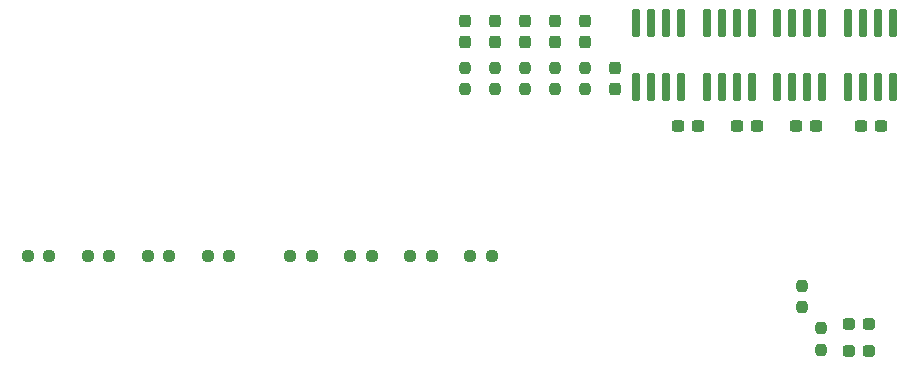
<source format=gbr>
%TF.GenerationSoftware,KiCad,Pcbnew,8.0.1*%
%TF.CreationDate,2024-10-08T14:05:53+09:00*%
%TF.ProjectId,CoolingBoxWireOrganizer,436f6f6c-696e-4674-926f-78576972654f,rev?*%
%TF.SameCoordinates,Original*%
%TF.FileFunction,Paste,Bot*%
%TF.FilePolarity,Positive*%
%FSLAX46Y46*%
G04 Gerber Fmt 4.6, Leading zero omitted, Abs format (unit mm)*
G04 Created by KiCad (PCBNEW 8.0.1) date 2024-10-08 14:05:53*
%MOMM*%
%LPD*%
G01*
G04 APERTURE LIST*
G04 Aperture macros list*
%AMRoundRect*
0 Rectangle with rounded corners*
0 $1 Rounding radius*
0 $2 $3 $4 $5 $6 $7 $8 $9 X,Y pos of 4 corners*
0 Add a 4 corners polygon primitive as box body*
4,1,4,$2,$3,$4,$5,$6,$7,$8,$9,$2,$3,0*
0 Add four circle primitives for the rounded corners*
1,1,$1+$1,$2,$3*
1,1,$1+$1,$4,$5*
1,1,$1+$1,$6,$7*
1,1,$1+$1,$8,$9*
0 Add four rect primitives between the rounded corners*
20,1,$1+$1,$2,$3,$4,$5,0*
20,1,$1+$1,$4,$5,$6,$7,0*
20,1,$1+$1,$6,$7,$8,$9,0*
20,1,$1+$1,$8,$9,$2,$3,0*%
G04 Aperture macros list end*
%ADD10RoundRect,0.237500X-0.237500X0.287500X-0.237500X-0.287500X0.237500X-0.287500X0.237500X0.287500X0*%
%ADD11RoundRect,0.237500X0.287500X0.237500X-0.287500X0.237500X-0.287500X-0.237500X0.287500X-0.237500X0*%
%ADD12RoundRect,0.237500X0.250000X0.237500X-0.250000X0.237500X-0.250000X-0.237500X0.250000X-0.237500X0*%
%ADD13RoundRect,0.237500X-0.237500X0.250000X-0.237500X-0.250000X0.237500X-0.250000X0.237500X0.250000X0*%
%ADD14RoundRect,0.237500X-0.300000X-0.237500X0.300000X-0.237500X0.300000X0.237500X-0.300000X0.237500X0*%
%ADD15RoundRect,0.237500X0.237500X-0.250000X0.237500X0.250000X-0.237500X0.250000X-0.237500X-0.250000X0*%
%ADD16RoundRect,0.150000X0.150000X-1.075000X0.150000X1.075000X-0.150000X1.075000X-0.150000X-1.075000X0*%
%ADD17RoundRect,0.237500X0.237500X-0.300000X0.237500X0.300000X-0.237500X0.300000X-0.237500X-0.300000X0*%
%ADD18RoundRect,0.237500X-0.287500X-0.237500X0.287500X-0.237500X0.287500X0.237500X-0.287500X0.237500X0*%
G04 APERTURE END LIST*
D10*
%TO.C,D2*%
X174276000Y-107125000D03*
X174276000Y-108875000D03*
%TD*%
D11*
%TO.C,D5*%
X200875000Y-135050000D03*
X199125000Y-135050000D03*
%TD*%
D10*
%TO.C,D6*%
X171736000Y-107125000D03*
X171736000Y-108875000D03*
%TD*%
%TO.C,D1*%
X176816000Y-107125000D03*
X176816000Y-108875000D03*
%TD*%
D12*
%TO.C,R9*%
X163845000Y-127000000D03*
X162020000Y-127000000D03*
%TD*%
D10*
%TO.C,D4*%
X166656000Y-107125000D03*
X166656000Y-108875000D03*
%TD*%
D13*
%TO.C,R3*%
X195150000Y-129540000D03*
X195150000Y-131365000D03*
%TD*%
D10*
%TO.C,D8*%
X169196000Y-107125000D03*
X169196000Y-108875000D03*
%TD*%
D14*
%TO.C,C2*%
X200137500Y-116000000D03*
X201862500Y-116000000D03*
%TD*%
D15*
%TO.C,R20*%
X196760000Y-134972500D03*
X196760000Y-133147500D03*
%TD*%
D12*
%TO.C,R7*%
X131435000Y-127000000D03*
X129610000Y-127000000D03*
%TD*%
D14*
%TO.C,C4*%
X194637500Y-116000000D03*
X196362500Y-116000000D03*
%TD*%
D15*
%TO.C,R13*%
X174276000Y-112912500D03*
X174276000Y-111087500D03*
%TD*%
D12*
%TO.C,R8*%
X168925000Y-127000000D03*
X167100000Y-127000000D03*
%TD*%
D16*
%TO.C,U1*%
X202905000Y-112725000D03*
X201635000Y-112725000D03*
X200365000Y-112725000D03*
X199095000Y-112725000D03*
X199095000Y-107275000D03*
X200365000Y-107275000D03*
X201635000Y-107275000D03*
X202905000Y-107275000D03*
%TD*%
%TO.C,U2*%
X184905000Y-112725000D03*
X183635000Y-112725000D03*
X182365000Y-112725000D03*
X181095000Y-112725000D03*
X181095000Y-107275000D03*
X182365000Y-107275000D03*
X183635000Y-107275000D03*
X184905000Y-107275000D03*
%TD*%
D17*
%TO.C,C1*%
X179360000Y-112862500D03*
X179360000Y-111137500D03*
%TD*%
D12*
%TO.C,R10*%
X158765000Y-127000000D03*
X156940000Y-127000000D03*
%TD*%
D16*
%TO.C,U3*%
X196905000Y-112725000D03*
X195635000Y-112725000D03*
X194365000Y-112725000D03*
X193095000Y-112725000D03*
X193095000Y-107275000D03*
X194365000Y-107275000D03*
X195635000Y-107275000D03*
X196905000Y-107275000D03*
%TD*%
D12*
%TO.C,R5*%
X141595000Y-127000000D03*
X139770000Y-127000000D03*
%TD*%
D14*
%TO.C,C5*%
X189637500Y-116000000D03*
X191362500Y-116000000D03*
%TD*%
D12*
%TO.C,R4*%
X146675000Y-127000000D03*
X144850000Y-127000000D03*
%TD*%
D15*
%TO.C,R12*%
X176816000Y-112912500D03*
X176816000Y-111087500D03*
%TD*%
D16*
%TO.C,U4*%
X190905000Y-112725000D03*
X189635000Y-112725000D03*
X188365000Y-112725000D03*
X187095000Y-112725000D03*
X187095000Y-107275000D03*
X188365000Y-107275000D03*
X189635000Y-107275000D03*
X190905000Y-107275000D03*
%TD*%
D14*
%TO.C,C3*%
X184637500Y-116000000D03*
X186362500Y-116000000D03*
%TD*%
D15*
%TO.C,R19*%
X169196000Y-112912500D03*
X169196000Y-111087500D03*
%TD*%
D12*
%TO.C,R6*%
X136515000Y-127000000D03*
X134690000Y-127000000D03*
%TD*%
%TO.C,R11*%
X153685000Y-127000000D03*
X151860000Y-127000000D03*
%TD*%
D15*
%TO.C,R17*%
X171736000Y-112912500D03*
X171736000Y-111087500D03*
%TD*%
%TO.C,R15*%
X166656000Y-112912500D03*
X166656000Y-111087500D03*
%TD*%
D18*
%TO.C,D3*%
X199125000Y-132830000D03*
X200875000Y-132830000D03*
%TD*%
M02*

</source>
